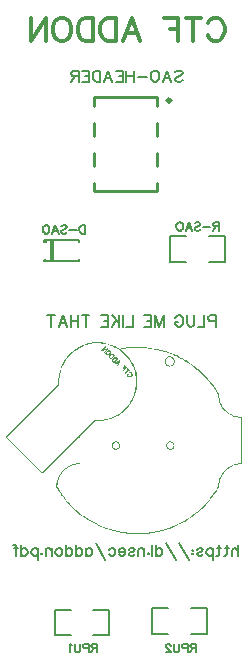
<source format=gbo>
G04 Layer: BottomSilkscreenLayer*
G04 EasyEDA v6.5.40, 2024-02-16 10:36:59*
G04 cbf7a00361bd432e9e78a992b2a5909c,d07ef30ec77949ce8e11233ba57d236c,10*
G04 Gerber Generator version 0.2*
G04 Scale: 100 percent, Rotated: No, Reflected: No *
G04 Dimensions in millimeters *
G04 leading zeros omitted , absolute positions ,4 integer and 5 decimal *
%FSLAX45Y45*%
%MOMM*%

%ADD10C,0.1500*%
%ADD11C,0.3000*%
%ADD12C,0.1524*%
%ADD13C,0.1520*%
%ADD14C,0.2540*%
%ADD15C,0.0154*%

%LPD*%
G36*
X1634744Y3097784D02*
G01*
X1627174Y3096107D01*
X1614576Y3094634D01*
X1605330Y3092856D01*
X1597761Y3091078D01*
X1589379Y3089656D01*
X1584299Y3088436D01*
X1563319Y3081782D01*
X1553210Y3078276D01*
X1539798Y3072892D01*
X1525473Y3066440D01*
X1504492Y3055874D01*
X1487678Y3045002D01*
X1483461Y3042005D01*
X1480108Y3040176D01*
X1464970Y3028899D01*
X1449882Y3016859D01*
X1421536Y2989072D01*
X1407820Y2972409D01*
X1399540Y2961335D01*
X1383284Y2936951D01*
X1373733Y2920644D01*
X1366266Y2904693D01*
X1366266Y2903524D01*
X1361186Y2893618D01*
X1356309Y2880664D01*
X1346250Y2848711D01*
X1341221Y2826004D01*
X1339291Y2811729D01*
X1337665Y2802483D01*
X1335887Y2778150D01*
X1336344Y2741523D01*
X892302Y2297430D01*
X892302Y2294077D01*
X904087Y2294077D01*
X904087Y2295753D01*
X1345184Y2736900D01*
X1345082Y2783992D01*
X1347876Y2807512D01*
X1350213Y2822651D01*
X1352854Y2836113D01*
X1355140Y2845358D01*
X1360982Y2865678D01*
X1369314Y2888183D01*
X1377391Y2906674D01*
X1382420Y2916783D01*
X1389786Y2928924D01*
X1389786Y2929636D01*
X1396492Y2940710D01*
X1396492Y2941878D01*
X1399641Y2945333D01*
X1412189Y2964078D01*
X1422095Y2975610D01*
X1453235Y3007258D01*
X1469593Y3021685D01*
X1490726Y3036112D01*
X1505153Y3044952D01*
X1505712Y3044952D01*
X1514551Y3050590D01*
X1533042Y3059938D01*
X1562455Y3071926D01*
X1575917Y3075990D01*
X1597761Y3081832D01*
X1614576Y3085236D01*
X1632204Y3087725D01*
X1650695Y3089656D01*
X1689049Y3089910D01*
X1689506Y3089452D01*
X1717090Y3086912D01*
X1745640Y3081070D01*
X1761642Y3076803D01*
X1783486Y3069437D01*
X1796084Y3064103D01*
X1811223Y3058109D01*
X1819605Y3052521D01*
X1820875Y3052521D01*
X1842463Y3039872D01*
X1860346Y3039872D01*
X1860346Y3039059D01*
X1859534Y3039059D01*
X1859534Y3039872D01*
X1842463Y3039872D01*
X1856587Y3031337D01*
X1876755Y3016046D01*
X1891893Y3001772D01*
X1916785Y2976422D01*
X1923186Y2968040D01*
X1928418Y2962148D01*
X1928418Y2960878D01*
X1933905Y2954578D01*
X1939340Y2946755D01*
X1939340Y2945688D01*
X1946300Y2935274D01*
X1962810Y2905861D01*
X1974494Y2877261D01*
X1977847Y2868015D01*
X1982876Y2851251D01*
X1986330Y2838602D01*
X1988921Y2824327D01*
X1992223Y2802483D01*
X1994204Y2783992D01*
X1994154Y2752090D01*
X1992274Y2727706D01*
X1989124Y2706674D01*
X1984756Y2685999D01*
X1976272Y2656281D01*
X1973072Y2649575D01*
X1966975Y2634437D01*
X1957476Y2613406D01*
X1953006Y2606700D01*
X1941068Y2586532D01*
X1933041Y2575712D01*
X1930806Y2571648D01*
X1924913Y2563825D01*
X1914550Y2551277D01*
X1884324Y2521000D01*
X1867052Y2506675D01*
X1857400Y2500223D01*
X1849018Y2494178D01*
X1822145Y2478328D01*
X1812036Y2473299D01*
X1799437Y2467406D01*
X1782622Y2460752D01*
X1773377Y2457348D01*
X1751177Y2450947D01*
X1749704Y2450033D01*
X1727149Y2445766D01*
X1705305Y2442362D01*
X1670050Y2439924D01*
X1645107Y2441702D01*
X1641449Y2439263D01*
X1200302Y1999538D01*
X1198575Y1999538D01*
X904087Y2294077D01*
X892302Y2294077D01*
X892302Y2293264D01*
X1197762Y1987804D01*
X1202334Y1987804D01*
X1514856Y2299563D01*
X1515821Y2299563D01*
X1515821Y2073503D01*
X1493215Y2073503D01*
X1492199Y2071827D01*
X1484833Y2071827D01*
X1483817Y2070150D01*
X1476451Y2070150D01*
X1475384Y2068474D01*
X1468018Y2068474D01*
X1467002Y2066798D01*
X1462125Y2066798D01*
X1461109Y2065121D01*
X1457096Y2065121D01*
X1456080Y2063445D01*
X1452778Y2063445D01*
X1449882Y2061921D01*
X1437233Y2056942D01*
X1427175Y2051913D01*
X1417574Y2046732D01*
X1410055Y2041550D01*
X1408277Y2041550D01*
X1408277Y2039874D01*
X1406042Y2039874D01*
X1402791Y2036927D01*
X1396898Y2032812D01*
X1396085Y2031847D01*
X1390192Y2027783D01*
X1376629Y2015947D01*
X1369618Y2007514D01*
X1364945Y2002485D01*
X1360881Y1996592D01*
X1359865Y1995779D01*
X1355801Y1989886D01*
X1352804Y1986635D01*
X1352804Y1984451D01*
X1351127Y1984451D01*
X1351127Y1982622D01*
X1345946Y1975104D01*
X1340815Y1965502D01*
X1335786Y1955444D01*
X1330756Y1942846D01*
X1329283Y1939899D01*
X1329283Y1936648D01*
X1327607Y1935581D01*
X1327607Y1931568D01*
X1325930Y1930552D01*
X1325930Y1925726D01*
X1324254Y1924659D01*
X1324254Y1917547D01*
X1322679Y1915922D01*
X1319987Y1889912D01*
X1319143Y1874012D01*
X1327404Y1874012D01*
X1327658Y1892198D01*
X1329283Y1895246D01*
X1329283Y1908708D01*
X1330960Y1909724D01*
X1330960Y1917090D01*
X1332636Y1918157D01*
X1332636Y1924659D01*
X1334312Y1925726D01*
X1334312Y1929688D01*
X1335989Y1930755D01*
X1335989Y1934768D01*
X1337665Y1935784D01*
X1337665Y1939086D01*
X1339138Y1941982D01*
X1342542Y1950415D01*
X1348638Y1963013D01*
X1353718Y1971395D01*
X1354683Y1974342D01*
X1356156Y1974342D01*
X1356156Y1976120D01*
X1364843Y1989074D01*
X1365910Y1989886D01*
X1369923Y1995779D01*
X1370888Y1996592D01*
X1380134Y2007463D01*
X1383487Y2010918D01*
X1396085Y2021839D01*
X1396898Y2022754D01*
X1402791Y2026767D01*
X1403654Y2027834D01*
X1416608Y2036521D01*
X1418336Y2036521D01*
X1418336Y2037994D01*
X1421282Y2038959D01*
X1429715Y2044039D01*
X1442313Y2050135D01*
X1453642Y2055012D01*
X1456893Y2055012D01*
X1457960Y2056688D01*
X1461922Y2056688D01*
X1462989Y2058365D01*
X1467002Y2058365D01*
X1468018Y2060041D01*
X1474571Y2060041D01*
X1475587Y2061718D01*
X1482953Y2061718D01*
X1483969Y2063445D01*
X1491335Y2063445D01*
X1492402Y2065121D01*
X1499768Y2065121D01*
X1500784Y2066798D01*
X1522577Y2066798D01*
X1522526Y2306675D01*
X1647748Y2431897D01*
X1683461Y2431389D01*
X1706321Y2433167D01*
X1734261Y2437333D01*
X1745234Y2439924D01*
X1748993Y2440635D01*
X1761642Y2443988D01*
X1771700Y2447239D01*
X1795983Y2455824D01*
X1808683Y2461971D01*
X1828850Y2471216D01*
X1837232Y2476550D01*
X1848154Y2482799D01*
X1856587Y2488895D01*
X1857146Y2490317D01*
X1859280Y2490317D01*
X1865274Y2494940D01*
X1874875Y2501646D01*
X1888540Y2512517D01*
X1921306Y2545334D01*
X1933651Y2559913D01*
X1935581Y2563215D01*
X1943150Y2573680D01*
X1947316Y2580030D01*
X1954225Y2589885D01*
X1964232Y2606700D01*
X1977288Y2635148D01*
X1984451Y2652928D01*
X1992985Y2680665D01*
X1995525Y2693263D01*
X1997964Y2703322D01*
X2001520Y2728569D01*
X2003348Y2747010D01*
X2003247Y2781503D01*
X2001469Y2804160D01*
X1998014Y2826867D01*
X1989734Y2861868D01*
X1988210Y2864662D01*
X1982876Y2882341D01*
X1972868Y2904998D01*
X1962099Y2926842D01*
X1953869Y2940761D01*
X1951431Y2943656D01*
X1941525Y2959658D01*
X1932228Y2971139D01*
X1927047Y2978505D01*
X1914652Y2992424D01*
X1897735Y3009239D01*
X1884934Y3020517D01*
X1866646Y3034588D01*
X1864360Y3037332D01*
X1866646Y3038094D01*
X1873402Y3039160D01*
X1941474Y3047542D01*
X2009546Y3050540D01*
X2012137Y3051708D01*
X2013457Y3050387D01*
X2049881Y3049066D01*
X2079294Y3048254D01*
X2082647Y3046679D01*
X2101951Y3044850D01*
X2105304Y3043326D01*
X2114550Y3042462D01*
X2126335Y3040634D01*
X2135581Y3039821D01*
X2138934Y3038297D01*
X2147316Y3037433D01*
X2154478Y3036366D01*
X2155444Y3034842D01*
X2161946Y3034842D01*
X2162962Y3033166D01*
X2169515Y3033166D01*
X2170531Y3031490D01*
X2177084Y3031490D01*
X2178100Y3029813D01*
X2184654Y3029813D01*
X2185670Y3028137D01*
X2192172Y3028137D01*
X2193239Y3026460D01*
X2199741Y3026460D01*
X2200808Y3024784D01*
X2207310Y3024784D01*
X2208377Y3023057D01*
X2214067Y3023057D01*
X2215083Y3021380D01*
X2219909Y3021380D01*
X2220976Y3019704D01*
X2224989Y3019704D01*
X2226005Y3018028D01*
X2230831Y3018028D01*
X2231898Y3016351D01*
X2235911Y3016351D01*
X2236927Y3014675D01*
X2241753Y3014675D01*
X2242820Y3012998D01*
X2246833Y3012998D01*
X2247849Y3011322D01*
X2252726Y3011322D01*
X2253742Y3009646D01*
X2257755Y3009646D01*
X2258771Y3007969D01*
X2263648Y3007969D01*
X2264664Y3006293D01*
X2268677Y3006293D01*
X2269693Y3004616D01*
X2274570Y3004616D01*
X2275586Y3002889D01*
X2279599Y3002889D01*
X2280615Y3001213D01*
X2283917Y3001213D01*
X2283917Y2999536D01*
X2286457Y2999536D01*
X2289352Y2998063D01*
X2297734Y2994710D01*
X2313279Y2987802D01*
X2315819Y2987802D01*
X2315819Y2986125D01*
X2318359Y2986125D01*
X2321306Y2984601D01*
X2329688Y2981299D01*
X2337257Y2977896D01*
X2356561Y2968345D01*
X2371699Y2960166D01*
X2387650Y2952140D01*
X2388514Y2951175D01*
X2401112Y2944926D01*
X2406091Y2941980D01*
X2409444Y2939034D01*
X2410917Y2939034D01*
X2418232Y2934004D01*
X2420010Y2934004D01*
X2420010Y2932633D01*
X2424633Y2930245D01*
X2436774Y2922219D01*
X2438501Y2922219D01*
X2438501Y2920542D01*
X2440279Y2920542D01*
X2450185Y2913837D01*
X2451963Y2913837D01*
X2451963Y2912567D01*
X2456586Y2910484D01*
X2466644Y2902915D01*
X2469184Y2900781D01*
X2475077Y2896717D01*
X2475890Y2895752D01*
X2513736Y2866339D01*
X2560726Y2822651D01*
X2569210Y2814167D01*
X2583688Y2798267D01*
X2592730Y2788920D01*
X2601010Y2779826D01*
X2612948Y2767177D01*
X2617012Y2761335D01*
X2618028Y2760472D01*
X2622042Y2754579D01*
X2623058Y2753766D01*
X2627071Y2747873D01*
X2628036Y2747010D01*
X2656941Y2708402D01*
X2656992Y2706979D01*
X2662021Y2699664D01*
X2662021Y2698597D01*
X2667101Y2691282D01*
X2667101Y2690215D01*
X2672130Y2682849D01*
X2672130Y2681782D01*
X2677160Y2674467D01*
X2677160Y2673400D01*
X2682189Y2666034D01*
X2682189Y2664968D01*
X2686862Y2657957D01*
X2688894Y2653741D01*
X2689758Y2642006D01*
X2692450Y2615946D01*
X2693974Y2614320D01*
X2693974Y2607208D01*
X2695651Y2606192D01*
X2695651Y2601315D01*
X2697327Y2600299D01*
X2697327Y2596286D01*
X2699004Y2595270D01*
X2699004Y2591968D01*
X2700528Y2589072D01*
X2705506Y2576423D01*
X2710535Y2566365D01*
X2715717Y2556764D01*
X2720848Y2549245D01*
X2720848Y2547467D01*
X2722524Y2547467D01*
X2722524Y2545232D01*
X2748178Y2515971D01*
X2759964Y2504135D01*
X2765806Y2500071D01*
X2766669Y2499055D01*
X2772562Y2494991D01*
X2773426Y2493772D01*
X2782620Y2488895D01*
X2798572Y2480005D01*
X2812034Y2473299D01*
X2822498Y2468473D01*
X2826664Y2468473D01*
X2827680Y2466797D01*
X2832506Y2466797D01*
X2833573Y2465120D01*
X2838399Y2465120D01*
X2839466Y2463444D01*
X2846832Y2463444D01*
X2847848Y2461717D01*
X2855214Y2461717D01*
X2856280Y2460040D01*
X2863646Y2460040D01*
X2864662Y2458364D01*
X2885592Y2458364D01*
X2885592Y2073503D01*
X2864662Y2073503D01*
X2863646Y2071827D01*
X2856280Y2071827D01*
X2855214Y2070150D01*
X2847848Y2070150D01*
X2846832Y2068474D01*
X2839466Y2068474D01*
X2838399Y2066798D01*
X2833573Y2066798D01*
X2832506Y2065121D01*
X2827680Y2065121D01*
X2826664Y2063445D01*
X2822498Y2063445D01*
X2819603Y2061921D01*
X2812034Y2058619D01*
X2798572Y2051913D01*
X2782620Y2042972D01*
X2773426Y2038096D01*
X2772562Y2036876D01*
X2766669Y2032812D01*
X2765806Y2031847D01*
X2759964Y2027732D01*
X2748178Y2015896D01*
X2722524Y1986635D01*
X2722524Y1984451D01*
X2720848Y1984451D01*
X2720848Y1982622D01*
X2715717Y1975104D01*
X2710535Y1965502D01*
X2705506Y1955444D01*
X2700528Y1942846D01*
X2699004Y1939899D01*
X2699004Y1936648D01*
X2697327Y1935581D01*
X2697327Y1931568D01*
X2695651Y1930552D01*
X2695651Y1925726D01*
X2693974Y1924659D01*
X2693974Y1917547D01*
X2692450Y1915922D01*
X2691384Y1906676D01*
X2688793Y1876704D01*
X2683459Y1867306D01*
X2680512Y1863953D01*
X2680512Y1861718D01*
X2679141Y1861718D01*
X2676804Y1857095D01*
X2665425Y1839925D01*
X2665425Y1838960D01*
X2662021Y1835353D01*
X2662021Y1833168D01*
X2660548Y1833168D01*
X2657906Y1827682D01*
X2645664Y1809750D01*
X2623007Y1779828D01*
X2622042Y1778965D01*
X2618028Y1773072D01*
X2617012Y1772259D01*
X2612948Y1766366D01*
X2611983Y1765503D01*
X2607868Y1759661D01*
X2595930Y1747012D01*
X2587650Y1737918D01*
X2578658Y1728571D01*
X2564130Y1712671D01*
X2557373Y1705864D01*
X2548178Y1698040D01*
X2540508Y1690725D01*
X2531364Y1682902D01*
X2523744Y1675587D01*
X2517902Y1670812D01*
X2508656Y1662125D01*
X2502814Y1658061D01*
X2501950Y1657045D01*
X2496058Y1652981D01*
X2495245Y1652016D01*
X2489352Y1647952D01*
X2488488Y1646936D01*
X2482646Y1642872D01*
X2459126Y1624685D01*
X2439771Y1611731D01*
X2435148Y1609344D01*
X2435148Y1607972D01*
X2432964Y1607972D01*
X2429357Y1604619D01*
X2428392Y1604619D01*
X2411222Y1593240D01*
X2406599Y1590852D01*
X2406599Y1589481D01*
X2404364Y1589481D01*
X2401062Y1586534D01*
X2396083Y1583639D01*
X2370023Y1570634D01*
X2369464Y1569313D01*
X2366365Y1569313D01*
X2365806Y1567992D01*
X2330551Y1550619D01*
X2317902Y1545590D01*
X2315006Y1544116D01*
X2312466Y1544116D01*
X2309520Y1542592D01*
X2281986Y1531620D01*
X2272131Y1527302D01*
X2268880Y1527302D01*
X2267813Y1525625D01*
X2263800Y1525625D01*
X2262784Y1523949D01*
X2258771Y1523949D01*
X2257755Y1522222D01*
X2253742Y1522222D01*
X2252726Y1520545D01*
X2248712Y1520545D01*
X2247646Y1518869D01*
X2243632Y1518869D01*
X2242616Y1517192D01*
X2238603Y1517192D01*
X2237587Y1515516D01*
X2233574Y1515516D01*
X2232558Y1513840D01*
X2228545Y1513840D01*
X2227478Y1512163D01*
X2223465Y1512163D01*
X2222449Y1510487D01*
X2218436Y1510487D01*
X2217420Y1508810D01*
X2213406Y1508810D01*
X2212340Y1507134D01*
X2208377Y1507134D01*
X2207310Y1505458D01*
X2200808Y1505458D01*
X2199741Y1503781D01*
X2192375Y1503781D01*
X2191359Y1502054D01*
X2183993Y1502054D01*
X2182977Y1500378D01*
X2175611Y1500378D01*
X2174544Y1498701D01*
X2167178Y1498701D01*
X2166162Y1497025D01*
X2158796Y1497025D01*
X2157730Y1495348D01*
X2150364Y1495348D01*
X2149348Y1493672D01*
X2142236Y1493672D01*
X2140610Y1492148D01*
X2128875Y1491234D01*
X2074214Y1484325D01*
X2024634Y1481937D01*
X2003653Y1481124D01*
X1935581Y1484274D01*
X1900275Y1489506D01*
X1891030Y1490370D01*
X1887677Y1491945D01*
X1867509Y1493824D01*
X1865884Y1495348D01*
X1859635Y1495348D01*
X1858568Y1497025D01*
X1852066Y1497025D01*
X1851152Y1498549D01*
X1838909Y1500530D01*
X1835556Y1501952D01*
X1822551Y1503934D01*
X1821586Y1505458D01*
X1815084Y1505458D01*
X1814068Y1507134D01*
X1807514Y1507134D01*
X1806498Y1508810D01*
X1802079Y1508810D01*
X1796084Y1510690D01*
X1793138Y1512163D01*
X1789887Y1512163D01*
X1788820Y1513840D01*
X1784705Y1513840D01*
X1781810Y1515364D01*
X1774240Y1517345D01*
X1771294Y1518869D01*
X1768043Y1518869D01*
X1766976Y1520545D01*
X1762861Y1520545D01*
X1759966Y1522069D01*
X1752396Y1524101D01*
X1749450Y1525625D01*
X1746199Y1525625D01*
X1745132Y1527302D01*
X1740306Y1527302D01*
X1739239Y1528978D01*
X1735988Y1528978D01*
X1724660Y1534210D01*
X1717090Y1537157D01*
X1708708Y1540967D01*
X1701139Y1543862D01*
X1692706Y1547672D01*
X1685137Y1550619D01*
X1676755Y1554378D01*
X1672539Y1556054D01*
X1668373Y1558340D01*
X1655724Y1564640D01*
X1655165Y1565960D01*
X1652117Y1565960D01*
X1651558Y1567180D01*
X1623822Y1581454D01*
X1622958Y1582420D01*
X1613712Y1586941D01*
X1608734Y1589887D01*
X1605432Y1592834D01*
X1604010Y1592834D01*
X1581404Y1607972D01*
X1579676Y1607972D01*
X1579676Y1609344D01*
X1575054Y1611731D01*
X1549857Y1628444D01*
X1547672Y1630629D01*
X1514551Y1655368D01*
X1513738Y1656334D01*
X1507845Y1660398D01*
X1506982Y1661414D01*
X1501140Y1665478D01*
X1488541Y1677416D01*
X1479397Y1685696D01*
X1470050Y1694688D01*
X1454150Y1709216D01*
X1447342Y1716024D01*
X1434744Y1730248D01*
X1432204Y1732737D01*
X1419656Y1747012D01*
X1417066Y1749552D01*
X1404518Y1763826D01*
X1403553Y1764690D01*
X1399540Y1770583D01*
X1398524Y1771396D01*
X1394460Y1777288D01*
X1393494Y1778152D01*
X1389430Y1783994D01*
X1388465Y1784857D01*
X1367485Y1812594D01*
X1366520Y1813407D01*
X1357833Y1826361D01*
X1357833Y1828139D01*
X1356156Y1828139D01*
X1356156Y1829866D01*
X1347774Y1842312D01*
X1347774Y1843328D01*
X1337665Y1858314D01*
X1337665Y1860042D01*
X1335989Y1860042D01*
X1335989Y1861820D01*
X1329283Y1871725D01*
X1329283Y1873351D01*
X1327404Y1874012D01*
X1319143Y1874012D01*
X1319072Y1872691D01*
X1324254Y1865223D01*
X1324254Y1863445D01*
X1325930Y1863445D01*
X1325930Y1861667D01*
X1334312Y1849221D01*
X1334312Y1848205D01*
X1342339Y1836115D01*
X1344676Y1831492D01*
X1346098Y1831492D01*
X1346098Y1829714D01*
X1350772Y1822653D01*
X1353108Y1818030D01*
X1354480Y1818030D01*
X1354480Y1815846D01*
X1357477Y1812594D01*
X1361541Y1806702D01*
X1362557Y1805838D01*
X1366570Y1799996D01*
X1367586Y1799132D01*
X1371650Y1793239D01*
X1372616Y1792427D01*
X1398625Y1757934D01*
X1401165Y1755444D01*
X1405940Y1749552D01*
X1416253Y1738630D01*
X1421079Y1732737D01*
X1431391Y1721815D01*
X1436217Y1715922D01*
X1445768Y1705864D01*
X1494434Y1660499D01*
X1522120Y1639519D01*
X1522984Y1638554D01*
X1528826Y1634489D01*
X1529689Y1633524D01*
X1535582Y1629460D01*
X1536395Y1628444D01*
X1542288Y1624431D01*
X1543151Y1623415D01*
X1549044Y1619351D01*
X1552295Y1616354D01*
X1553718Y1616354D01*
X1557324Y1613001D01*
X1559509Y1613001D01*
X1559509Y1611630D01*
X1564132Y1609242D01*
X1581302Y1597863D01*
X1582267Y1597863D01*
X1585874Y1594510D01*
X1588109Y1594510D01*
X1588109Y1593138D01*
X1592732Y1590751D01*
X1607820Y1580743D01*
X1636420Y1565706D01*
X1653235Y1557172D01*
X1654048Y1556258D01*
X1671726Y1547418D01*
X1673809Y1547469D01*
X1673809Y1545793D01*
X1676349Y1545793D01*
X1679295Y1544269D01*
X1687677Y1540967D01*
X1696059Y1537157D01*
X1700275Y1535480D01*
X1703222Y1534007D01*
X1705762Y1534007D01*
X1705762Y1532331D01*
X1708302Y1532331D01*
X1711198Y1530858D01*
X1719630Y1527505D01*
X1728012Y1523695D01*
X1732229Y1522069D01*
X1735124Y1520545D01*
X1739239Y1520545D01*
X1740306Y1518869D01*
X1744319Y1518869D01*
X1745335Y1517192D01*
X1750161Y1517192D01*
X1751228Y1515516D01*
X1755241Y1515516D01*
X1756257Y1513840D01*
X1761083Y1513840D01*
X1762150Y1512163D01*
X1766163Y1512163D01*
X1767179Y1510487D01*
X1772005Y1510487D01*
X1773072Y1508810D01*
X1777085Y1508810D01*
X1778101Y1507134D01*
X1782978Y1507134D01*
X1783994Y1505458D01*
X1788007Y1505458D01*
X1789023Y1503781D01*
X1793138Y1503781D01*
X1796084Y1502257D01*
X1802079Y1500378D01*
X1806498Y1500378D01*
X1807514Y1498701D01*
X1814068Y1498701D01*
X1815084Y1497025D01*
X1821586Y1497025D01*
X1822653Y1495348D01*
X1829155Y1495348D01*
X1830222Y1493672D01*
X1836724Y1493672D01*
X1837791Y1491996D01*
X1844293Y1491996D01*
X1845360Y1490319D01*
X1851863Y1490319D01*
X1852879Y1488643D01*
X1859432Y1488643D01*
X1860448Y1486966D01*
X1867001Y1486966D01*
X1868017Y1485290D01*
X1878533Y1485290D01*
X1880107Y1483715D01*
X1890217Y1482801D01*
X1902815Y1481023D01*
X1912061Y1480159D01*
X1915414Y1478635D01*
X1924659Y1477772D01*
X1938070Y1475994D01*
X1974240Y1474216D01*
X2035556Y1474216D01*
X2071725Y1476044D01*
X2148179Y1485442D01*
X2149754Y1486966D01*
X2156917Y1486966D01*
X2157933Y1488643D01*
X2165045Y1488643D01*
X2166670Y1490116D01*
X2173376Y1491081D01*
X2213305Y1498904D01*
X2214270Y1500378D01*
X2218232Y1500378D01*
X2219299Y1502054D01*
X2223312Y1502054D01*
X2224328Y1503781D01*
X2228342Y1503781D01*
X2229358Y1505458D01*
X2233371Y1505458D01*
X2234438Y1507134D01*
X2238400Y1507134D01*
X2239467Y1508810D01*
X2243480Y1508810D01*
X2244496Y1510487D01*
X2248509Y1510487D01*
X2249525Y1512163D01*
X2253538Y1512163D01*
X2254554Y1513840D01*
X2258568Y1513840D01*
X2259634Y1515516D01*
X2263648Y1515516D01*
X2264664Y1517192D01*
X2268677Y1517192D01*
X2269693Y1518869D01*
X2272995Y1518869D01*
X2275890Y1520342D01*
X2295245Y1528114D01*
X2304897Y1532331D01*
X2307437Y1532331D01*
X2310384Y1533804D01*
X2335580Y1543913D01*
X2360777Y1556258D01*
X2361336Y1557528D01*
X2364435Y1557528D01*
X2364994Y1558848D01*
X2397760Y1575257D01*
X2405024Y1579422D01*
X2422144Y1590751D01*
X2426766Y1593138D01*
X2426766Y1594510D01*
X2428494Y1594510D01*
X2450693Y1609242D01*
X2455316Y1611630D01*
X2455316Y1613001D01*
X2457500Y1613001D01*
X2460802Y1615998D01*
X2466644Y1620062D01*
X2467508Y1621078D01*
X2473401Y1625092D01*
X2474214Y1626107D01*
X2507335Y1650847D01*
X2509520Y1652981D01*
X2515412Y1657045D01*
X2517952Y1659636D01*
X2532227Y1672234D01*
X2534716Y1674774D01*
X2548991Y1687322D01*
X2551531Y1689912D01*
X2565755Y1702511D01*
X2576880Y1714246D01*
X2585161Y1723440D01*
X2612948Y1752904D01*
X2617012Y1758797D01*
X2617927Y1759661D01*
X2639364Y1787804D01*
X2639872Y1788210D01*
X2643886Y1794103D01*
X2644902Y1794916D01*
X2648915Y1800809D01*
X2649931Y1801672D01*
X2653995Y1807565D01*
X2656992Y1810816D01*
X2656992Y1812239D01*
X2660345Y1815846D01*
X2660345Y1818030D01*
X2662021Y1818030D01*
X2662021Y1819757D01*
X2675483Y1839823D01*
X2675483Y1840788D01*
X2678836Y1844395D01*
X2678836Y1846630D01*
X2680512Y1846630D01*
X2680512Y1848357D01*
X2691942Y1865528D01*
X2695498Y1873097D01*
X2696718Y1877263D01*
X2698242Y1894078D01*
X2699156Y1908403D01*
X2700680Y1909978D01*
X2700680Y1917090D01*
X2702356Y1918157D01*
X2702356Y1924659D01*
X2704084Y1925726D01*
X2704084Y1929688D01*
X2705760Y1930755D01*
X2705760Y1934768D01*
X2707436Y1935784D01*
X2707436Y1939086D01*
X2708910Y1941982D01*
X2712262Y1950415D01*
X2718409Y1963013D01*
X2723438Y1971395D01*
X2724404Y1974342D01*
X2725928Y1974342D01*
X2725928Y1976120D01*
X2731262Y1983993D01*
X2739796Y1994103D01*
X2742336Y1996592D01*
X2751531Y2007463D01*
X2766669Y2022652D01*
X2772562Y2026767D01*
X2773375Y2027783D01*
X2778404Y2031288D01*
X2793542Y2039620D01*
X2801112Y2044039D01*
X2823565Y2055012D01*
X2826664Y2055012D01*
X2827680Y2056688D01*
X2832506Y2056688D01*
X2833573Y2058365D01*
X2838399Y2058365D01*
X2839466Y2060041D01*
X2845968Y2060041D01*
X2847035Y2061718D01*
X2854401Y2061718D01*
X2855417Y2063445D01*
X2862783Y2063445D01*
X2863799Y2065121D01*
X2871165Y2065121D01*
X2872232Y2066798D01*
X2892298Y2066798D01*
X2892298Y2465120D01*
X2872232Y2465120D01*
X2871165Y2466797D01*
X2863799Y2466797D01*
X2862783Y2468473D01*
X2855417Y2468473D01*
X2854401Y2470150D01*
X2847035Y2470150D01*
X2845968Y2471826D01*
X2839466Y2471826D01*
X2838399Y2473502D01*
X2833573Y2473502D01*
X2832506Y2475179D01*
X2827680Y2475179D01*
X2826664Y2476855D01*
X2823565Y2476855D01*
X2801112Y2487828D01*
X2793542Y2492248D01*
X2778404Y2500579D01*
X2773375Y2504084D01*
X2772562Y2505100D01*
X2766669Y2509215D01*
X2751531Y2524455D01*
X2742336Y2535275D01*
X2739796Y2537815D01*
X2731262Y2547874D01*
X2725928Y2555748D01*
X2725928Y2557526D01*
X2724404Y2557526D01*
X2723438Y2560472D01*
X2718409Y2568905D01*
X2712262Y2581503D01*
X2708910Y2589885D01*
X2707436Y2592832D01*
X2707436Y2596083D01*
X2705760Y2597150D01*
X2705760Y2601112D01*
X2704084Y2602179D01*
X2704084Y2606192D01*
X2702356Y2607208D01*
X2702356Y2613761D01*
X2700680Y2614777D01*
X2700680Y2621889D01*
X2699156Y2623515D01*
X2698191Y2638653D01*
X2696667Y2655417D01*
X2695397Y2659634D01*
X2692298Y2664104D01*
X2692298Y2665222D01*
X2687269Y2672537D01*
X2687269Y2673604D01*
X2682189Y2680970D01*
X2682189Y2682036D01*
X2677160Y2689352D01*
X2677160Y2690418D01*
X2672130Y2697734D01*
X2672130Y2698851D01*
X2667101Y2706166D01*
X2667101Y2707233D01*
X2662021Y2714548D01*
X2662021Y2716022D01*
X2659075Y2719324D01*
X2654960Y2725166D01*
X2653995Y2726029D01*
X2649931Y2731922D01*
X2648915Y2732735D01*
X2644902Y2738628D01*
X2643936Y2739491D01*
X2628138Y2760472D01*
X2622042Y2768041D01*
X2617978Y2773934D01*
X2613710Y2778150D01*
X2605430Y2787345D01*
X2569108Y2826004D01*
X2519324Y2872435D01*
X2506167Y2882290D01*
X2503932Y2884474D01*
X2497734Y2889046D01*
X2496921Y2889961D01*
X2491028Y2894025D01*
X2488793Y2896209D01*
X2482646Y2900832D01*
X2480411Y2902915D01*
X2467508Y2912567D01*
X2464257Y2915513D01*
X2462022Y2915513D01*
X2462022Y2917190D01*
X2460294Y2917190D01*
X2450388Y2923946D01*
X2448610Y2923946D01*
X2448610Y2925622D01*
X2446832Y2925622D01*
X2431846Y2935681D01*
X2430881Y2935681D01*
X2418435Y2944114D01*
X2417368Y2944114D01*
X2410358Y2948940D01*
X2402789Y2953308D01*
X2390190Y2959557D01*
X2389632Y2960878D01*
X2386533Y2960878D01*
X2385974Y2962148D01*
X2358288Y2976422D01*
X2357424Y2977337D01*
X2338527Y2986328D01*
X2329078Y2990189D01*
X2316683Y2995574D01*
X2311196Y2997657D01*
X2302814Y3001467D01*
X2295245Y3004362D01*
X2283460Y3009544D01*
X2276754Y3011525D01*
X2273808Y3012998D01*
X2270556Y3012998D01*
X2269490Y3014675D01*
X2265375Y3014675D01*
X2262479Y3016199D01*
X2254910Y3018231D01*
X2251964Y3019704D01*
X2248712Y3019704D01*
X2247646Y3021380D01*
X2243531Y3021380D01*
X2240635Y3022904D01*
X2233066Y3024936D01*
X2230120Y3026460D01*
X2226868Y3026460D01*
X2225802Y3028137D01*
X2220976Y3028137D01*
X2219909Y3029813D01*
X2215083Y3029813D01*
X2214067Y3031490D01*
X2207514Y3031490D01*
X2206498Y3033166D01*
X2199944Y3033166D01*
X2199030Y3034690D01*
X2186838Y3036620D01*
X2183485Y3038094D01*
X2170430Y3040075D01*
X2169515Y3041548D01*
X2162962Y3041548D01*
X2161946Y3043275D01*
X2155647Y3043275D01*
X2154072Y3044748D01*
X2101951Y3052572D01*
X2092706Y3053435D01*
X2089353Y3054908D01*
X2077567Y3055924D01*
X2042312Y3057652D01*
X1980946Y3057702D01*
X1944827Y3055874D01*
X1866646Y3046425D01*
X1865071Y3044952D01*
X1858060Y3044952D01*
X1856181Y3042666D01*
X1857400Y3041294D01*
X1854911Y3042716D01*
X1843125Y3050590D01*
X1833880Y3056483D01*
X1815388Y3065729D01*
X1786483Y3078530D01*
X1785264Y3078530D01*
X1759254Y3087014D01*
X1733905Y3092856D01*
X1702816Y3097682D01*
G37*
G36*
X1731467Y3065932D02*
G01*
X1701546Y3036011D01*
X1701546Y3030677D01*
X1705660Y3027984D01*
X1731975Y3033166D01*
X1735480Y3033166D01*
X1720037Y3017418D01*
X1720037Y3012186D01*
X1724152Y3009493D01*
X1729892Y3012236D01*
X1757019Y3039668D01*
X1757019Y3045815D01*
X1752904Y3047695D01*
X1737258Y3044850D01*
X1731365Y3043377D01*
X1724253Y3042259D01*
X1724253Y3043580D01*
X1738528Y3058160D01*
X1738528Y3063290D01*
X1735886Y3065932D01*
G37*
G36*
X1758696Y3032302D02*
G01*
X1748078Y3028086D01*
X1739493Y3019298D01*
X1736140Y3013151D01*
X1734312Y3006699D01*
X1734715Y3004413D01*
X1744624Y3004413D01*
X1747774Y3013354D01*
X1753209Y3018993D01*
X1758238Y3021126D01*
X1762455Y3022092D01*
X1766620Y3020466D01*
X1769618Y3017774D01*
X1769618Y3010408D01*
X1767230Y3005836D01*
X1760778Y2999638D01*
X1754530Y2997047D01*
X1750415Y2997047D01*
X1745437Y3001213D01*
X1744624Y3004413D01*
X1734715Y3004413D01*
X1736140Y2996336D01*
X1743608Y2988716D01*
X1749704Y2986735D01*
X1760270Y2987598D01*
X1768093Y2992170D01*
X1776120Y3000349D01*
X1779676Y3007868D01*
X1780743Y3016961D01*
X1778660Y3023209D01*
X1773428Y3029204D01*
X1766671Y3032302D01*
G37*
G36*
X1796084Y3002940D02*
G01*
X1786585Y3002229D01*
X1776374Y2997657D01*
X1768906Y2989681D01*
X1765249Y2981706D01*
X1764354Y2972612D01*
X1774647Y2972612D01*
X1774647Y2977794D01*
X1778203Y2984855D01*
X1781810Y2988767D01*
X1790649Y2992831D01*
X1791868Y2992729D01*
X1796084Y2991053D01*
X1800707Y2986633D01*
X1800707Y2984804D01*
X1781302Y2965500D01*
X1774647Y2972612D01*
X1764354Y2972612D01*
X1767230Y2965043D01*
X1778863Y2953359D01*
X1784248Y2953359D01*
X1813306Y2982366D01*
X1813306Y2989122D01*
X1802790Y2999486D01*
G37*
G36*
X2267102Y2977692D02*
G01*
X2267102Y2976016D01*
X2263800Y2976016D01*
X2262784Y2974340D01*
X2259076Y2974340D01*
X2256637Y2970987D01*
X2252776Y2970987D01*
X2245258Y2963468D01*
X2245258Y2960319D01*
X2240178Y2955036D01*
X2240178Y2951734D01*
X2238502Y2950718D01*
X2238502Y2945028D01*
X2236825Y2944012D01*
X2236825Y2930652D01*
X2243531Y2930652D01*
X2243531Y2939796D01*
X2245258Y2940812D01*
X2245258Y2946501D01*
X2246934Y2947568D01*
X2246934Y2950210D01*
X2249881Y2952953D01*
X2251964Y2956661D01*
X2251964Y2958439D01*
X2257806Y2964281D01*
X2261666Y2964281D01*
X2264105Y2967634D01*
X2267000Y2967634D01*
X2268016Y2969310D01*
X2272131Y2969310D01*
X2272131Y2970987D01*
X2286304Y2970987D01*
X2287371Y2969310D01*
X2290622Y2969310D01*
X2290622Y2967634D01*
X2295296Y2967634D01*
X2297734Y2964281D01*
X2300020Y2964281D01*
X2309114Y2954782D01*
X2309114Y2952496D01*
X2310790Y2952496D01*
X2310790Y2949143D01*
X2312466Y2949143D01*
X2312466Y2944114D01*
X2314143Y2944114D01*
X2314143Y2937357D01*
X2315819Y2937357D01*
X2315819Y2933242D01*
X2314143Y2932226D01*
X2314143Y2925622D01*
X2312466Y2925622D01*
X2312466Y2922219D01*
X2310790Y2922219D01*
X2310790Y2918002D01*
X2296515Y2903778D01*
X2294077Y2903778D01*
X2293061Y2902051D01*
X2288946Y2902051D01*
X2288946Y2900375D01*
X2270455Y2900375D01*
X2270455Y2902051D01*
X2265426Y2902051D01*
X2265426Y2903778D01*
X2262022Y2903778D01*
X2262022Y2905455D01*
X2259787Y2905455D01*
X2251964Y2912821D01*
X2251964Y2914700D01*
X2246934Y2919984D01*
X2246934Y2923946D01*
X2245258Y2923946D01*
X2245258Y2930652D01*
X2236825Y2930652D01*
X2236825Y2925622D01*
X2238502Y2925622D01*
X2238502Y2918866D01*
X2240178Y2918866D01*
X2240178Y2916326D01*
X2242312Y2912618D01*
X2245258Y2909874D01*
X2245258Y2907893D01*
X2252421Y2900832D01*
X2256993Y2898444D01*
X2256993Y2897022D01*
X2260346Y2897022D01*
X2260346Y2895346D01*
X2265426Y2895346D01*
X2265426Y2893669D01*
X2274570Y2893669D01*
X2275586Y2891993D01*
X2283917Y2891993D01*
X2283917Y2893669D01*
X2293975Y2893669D01*
X2293975Y2895346D01*
X2297226Y2895346D01*
X2298293Y2897022D01*
X2301544Y2897022D01*
X2317496Y2912973D01*
X2317496Y2917190D01*
X2319172Y2917190D01*
X2319172Y2920542D01*
X2320848Y2920542D01*
X2320848Y2928010D01*
X2322525Y2929077D01*
X2322525Y2942386D01*
X2320848Y2942386D01*
X2320848Y2949143D01*
X2319172Y2949143D01*
X2319172Y2954172D01*
X2317496Y2954172D01*
X2317496Y2957525D01*
X2316124Y2957525D01*
X2313736Y2962148D01*
X2304948Y2970987D01*
X2302764Y2970987D01*
X2300325Y2974340D01*
X2295652Y2974340D01*
X2295652Y2976016D01*
X2291537Y2976016D01*
X2290521Y2977692D01*
G37*
G36*
X1822145Y2976016D02*
G01*
X1813306Y2975305D01*
X1804416Y2971241D01*
X1795729Y2962452D01*
X1791970Y2954680D01*
X1791279Y2945993D01*
X1801520Y2945993D01*
X1801571Y2950413D01*
X1806448Y2958896D01*
X1812442Y2963468D01*
X1819605Y2965907D01*
X1822957Y2964027D01*
X1827580Y2959760D01*
X1827580Y2957931D01*
X1808124Y2938627D01*
X1801520Y2945993D01*
X1791279Y2945993D01*
X1794103Y2938221D01*
X1806143Y2926435D01*
X1811070Y2926435D01*
X1841246Y2956661D01*
X1840179Y2962148D01*
X1830527Y2972003D01*
G37*
G36*
X1854911Y2944672D02*
G01*
X1839772Y2938729D01*
X1827174Y2932480D01*
X1814271Y2926537D01*
X1813938Y2925927D01*
X1839214Y2925927D01*
X1842211Y2928112D01*
X1843582Y2928112D01*
X1843532Y2926029D01*
X1842007Y2923590D01*
X1839214Y2925927D01*
X1813938Y2925927D01*
X1812442Y2923184D01*
X1812442Y2919780D01*
X1816303Y2917240D01*
X1828342Y2921406D01*
X1837131Y2912821D01*
X1834083Y2904998D01*
X1833270Y2899511D01*
X1835353Y2897022D01*
X1839925Y2897022D01*
X1843278Y2900832D01*
X1856181Y2928924D01*
X1856181Y2929890D01*
X1860550Y2939491D01*
X1859076Y2943606D01*
G37*
G36*
X1893112Y2905455D02*
G01*
X1889607Y2901899D01*
X1890623Y2896717D01*
X1904238Y2882747D01*
X1898853Y2877718D01*
X1890420Y2885287D01*
X1885594Y2885287D01*
X1883003Y2881274D01*
X1884578Y2877261D01*
X1890623Y2871470D01*
X1890623Y2869184D01*
X1882597Y2861310D01*
X1878736Y2855874D01*
X1879803Y2852470D01*
X1883156Y2850692D01*
X1887728Y2851708D01*
X1914906Y2878988D01*
X1916633Y2883611D01*
X1915160Y2887370D01*
X1896770Y2905455D01*
G37*
G36*
X1918919Y2879394D02*
G01*
X1915820Y2876600D01*
X1915820Y2871876D01*
X1920849Y2866136D01*
X1920849Y2863951D01*
X1897329Y2840075D01*
X1897329Y2835198D01*
X1899361Y2833166D01*
X1903323Y2833166D01*
X1907844Y2835554D01*
X1928825Y2856687D01*
X1930298Y2856687D01*
X1936038Y2851658D01*
X1940458Y2851658D01*
X1943557Y2854452D01*
X1943557Y2858719D01*
X1922881Y2879394D01*
G37*
G36*
X1951532Y2847543D02*
G01*
X1940814Y2846781D01*
X1936394Y2843530D01*
X1935886Y2838907D01*
X1938680Y2835808D01*
X1950313Y2836773D01*
X1953818Y2833573D01*
X1955393Y2829458D01*
X1954275Y2822752D01*
X1944827Y2813405D01*
X1937359Y2811475D01*
X1933702Y2812897D01*
X1930044Y2817520D01*
X1931162Y2828798D01*
X1926539Y2831795D01*
X1922170Y2829356D01*
X1919935Y2825191D01*
X1920900Y2812592D01*
X1924659Y2807360D01*
X1929841Y2802991D01*
X1937918Y2801924D01*
X1943150Y2801772D01*
X1952802Y2806192D01*
X1961032Y2814472D01*
X1964639Y2821838D01*
X1965604Y2832049D01*
X1963572Y2838348D01*
X1958289Y2844342D01*
G37*
G36*
X2277160Y2258364D02*
G01*
X2277160Y2256688D01*
X2272131Y2256688D01*
X2272131Y2255012D01*
X2268880Y2255012D01*
X2267813Y2253335D01*
X2264511Y2253335D01*
X2253640Y2242464D01*
X2253640Y2239873D01*
X2251964Y2239873D01*
X2251964Y2235809D01*
X2250287Y2234742D01*
X2250287Y2215642D01*
X2256993Y2215642D01*
X2256993Y2230526D01*
X2258669Y2231593D01*
X2258669Y2234844D01*
X2260346Y2234844D01*
X2260346Y2237384D01*
X2269591Y2246630D01*
X2272030Y2246630D01*
X2273046Y2248306D01*
X2277160Y2248306D01*
X2277160Y2249982D01*
X2282190Y2249982D01*
X2282190Y2251659D01*
X2285593Y2251659D01*
X2285593Y2249982D01*
X2292299Y2249982D01*
X2292299Y2248306D01*
X2295652Y2248306D01*
X2295652Y2246630D01*
X2298649Y2246630D01*
X2301087Y2243277D01*
X2303322Y2243277D01*
X2305761Y2240838D01*
X2305761Y2238603D01*
X2309114Y2236165D01*
X2309114Y2233168D01*
X2310790Y2233168D01*
X2310790Y2226462D01*
X2312466Y2226462D01*
X2312466Y2219706D01*
X2310790Y2219706D01*
X2310790Y2213000D01*
X2309114Y2213000D01*
X2309114Y2210003D01*
X2305761Y2207564D01*
X2305761Y2205329D01*
X2303322Y2202891D01*
X2301087Y2202891D01*
X2298649Y2199538D01*
X2295652Y2199538D01*
X2295652Y2197862D01*
X2292299Y2197862D01*
X2292299Y2196185D01*
X2285593Y2196185D01*
X2285593Y2194509D01*
X2282190Y2194509D01*
X2282190Y2196185D01*
X2277160Y2196185D01*
X2277160Y2197862D01*
X2273046Y2197862D01*
X2272030Y2199538D01*
X2269591Y2199538D01*
X2260346Y2208784D01*
X2260346Y2211324D01*
X2258669Y2211324D01*
X2258669Y2214575D01*
X2256993Y2215642D01*
X2250287Y2215642D01*
X2250287Y2211425D01*
X2251964Y2210358D01*
X2251964Y2206294D01*
X2253640Y2206294D01*
X2253640Y2203704D01*
X2264511Y2192832D01*
X2267813Y2192832D01*
X2268880Y2191156D01*
X2272131Y2191156D01*
X2272131Y2189480D01*
X2277160Y2189480D01*
X2277160Y2187803D01*
X2290622Y2187803D01*
X2290622Y2189480D01*
X2297328Y2189480D01*
X2297328Y2191156D01*
X2300681Y2191156D01*
X2300681Y2192832D01*
X2303678Y2192832D01*
X2306116Y2196185D01*
X2308352Y2196185D01*
X2312466Y2200300D01*
X2312466Y2202535D01*
X2315819Y2204974D01*
X2315819Y2207971D01*
X2317496Y2207971D01*
X2317496Y2214676D01*
X2319172Y2214676D01*
X2319172Y2231491D01*
X2317496Y2231491D01*
X2317496Y2238197D01*
X2315819Y2238197D01*
X2315819Y2241194D01*
X2312466Y2243632D01*
X2312466Y2245868D01*
X2308352Y2249982D01*
X2306116Y2249982D01*
X2303678Y2253335D01*
X2300681Y2253335D01*
X2300681Y2255012D01*
X2297328Y2255012D01*
X2297328Y2256688D01*
X2290622Y2256688D01*
X2290622Y2258364D01*
G37*
G36*
X1818335Y2258364D02*
G01*
X1818335Y2256688D01*
X1811629Y2256688D01*
X1811629Y2255012D01*
X1808276Y2255012D01*
X1808276Y2253335D01*
X1805279Y2253335D01*
X1802841Y2249982D01*
X1800656Y2249982D01*
X1794814Y2244140D01*
X1794814Y2241550D01*
X1793138Y2241550D01*
X1793138Y2238197D01*
X1791462Y2238197D01*
X1791462Y2233168D01*
X1789785Y2233168D01*
X1789785Y2218029D01*
X1796491Y2218029D01*
X1796491Y2228138D01*
X1798167Y2228138D01*
X1798167Y2233168D01*
X1799843Y2233168D01*
X1799843Y2236520D01*
X1801520Y2236520D01*
X1801520Y2239111D01*
X1805686Y2243277D01*
X1807870Y2243277D01*
X1810308Y2246630D01*
X1813306Y2246630D01*
X1813306Y2248306D01*
X1816658Y2248306D01*
X1816658Y2249982D01*
X1823364Y2249982D01*
X1823364Y2251659D01*
X1825802Y2251659D01*
X1826869Y2249982D01*
X1831797Y2249982D01*
X1831797Y2248306D01*
X1835150Y2248306D01*
X1835150Y2246630D01*
X1839518Y2246630D01*
X1840382Y2243277D01*
X1842770Y2243277D01*
X1846935Y2239111D01*
X1846935Y2236927D01*
X1850288Y2234488D01*
X1850288Y2228138D01*
X1851964Y2228138D01*
X1851964Y2218029D01*
X1850288Y2218029D01*
X1850288Y2211679D01*
X1846935Y2209292D01*
X1846935Y2207056D01*
X1842770Y2202891D01*
X1840382Y2202891D01*
X1839518Y2199538D01*
X1835150Y2199538D01*
X1835150Y2197862D01*
X1831797Y2197862D01*
X1831797Y2196185D01*
X1827580Y2196185D01*
X1824024Y2194102D01*
X1823262Y2196185D01*
X1816658Y2196185D01*
X1816658Y2197862D01*
X1813306Y2197862D01*
X1813306Y2199538D01*
X1810308Y2199538D01*
X1807870Y2202891D01*
X1805686Y2202891D01*
X1801520Y2207056D01*
X1801520Y2209647D01*
X1799843Y2209647D01*
X1799843Y2213000D01*
X1798167Y2213000D01*
X1798167Y2218029D01*
X1789785Y2218029D01*
X1789785Y2213000D01*
X1791462Y2213000D01*
X1791462Y2207971D01*
X1793138Y2207971D01*
X1793138Y2204618D01*
X1794814Y2204618D01*
X1794814Y2202027D01*
X1800656Y2196185D01*
X1802841Y2196185D01*
X1805279Y2192832D01*
X1808276Y2192832D01*
X1808276Y2191156D01*
X1811629Y2191156D01*
X1811629Y2189480D01*
X1818335Y2189480D01*
X1818335Y2187803D01*
X1830019Y2187803D01*
X1831035Y2189480D01*
X1836826Y2189480D01*
X1836826Y2191156D01*
X1840179Y2191156D01*
X1840179Y2192832D01*
X1842719Y2192832D01*
X1846376Y2194915D01*
X1853641Y2202027D01*
X1853641Y2204212D01*
X1856993Y2206650D01*
X1856993Y2213000D01*
X1858670Y2213000D01*
X1858670Y2233168D01*
X1856993Y2233168D01*
X1856993Y2239518D01*
X1853641Y2241956D01*
X1853641Y2244140D01*
X1846376Y2251252D01*
X1842719Y2253335D01*
X1840179Y2253335D01*
X1840179Y2255012D01*
X1836826Y2255012D01*
X1836826Y2256688D01*
X1831035Y2256688D01*
X1830019Y2258364D01*
G37*
D10*
X2667000Y3326637D02*
G01*
X2667000Y3231134D01*
X2667000Y3326637D02*
G01*
X2626106Y3326637D01*
X2612390Y3322065D01*
X2607818Y3317494D01*
X2603245Y3308604D01*
X2603245Y3294887D01*
X2607818Y3285744D01*
X2612390Y3281171D01*
X2626106Y3276600D01*
X2667000Y3276600D01*
X2573274Y3326637D02*
G01*
X2573274Y3231134D01*
X2573274Y3231134D02*
G01*
X2518918Y3231134D01*
X2488691Y3326637D02*
G01*
X2488691Y3258565D01*
X2484374Y3244850D01*
X2475229Y3235705D01*
X2461513Y3231134D01*
X2452370Y3231134D01*
X2438908Y3235705D01*
X2429763Y3244850D01*
X2425191Y3258565D01*
X2425191Y3326637D01*
X2326893Y3304031D02*
G01*
X2331465Y3313176D01*
X2340609Y3322065D01*
X2349754Y3326637D01*
X2367788Y3326637D01*
X2376931Y3322065D01*
X2386075Y3313176D01*
X2390647Y3304031D01*
X2395220Y3290315D01*
X2395220Y3267710D01*
X2390647Y3253994D01*
X2386075Y3244850D01*
X2376931Y3235705D01*
X2367788Y3231134D01*
X2349754Y3231134D01*
X2340609Y3235705D01*
X2331465Y3244850D01*
X2326893Y3253994D01*
X2326893Y3267710D01*
X2349754Y3267710D02*
G01*
X2326893Y3267710D01*
X2227072Y3326637D02*
G01*
X2227072Y3231134D01*
X2227072Y3326637D02*
G01*
X2190750Y3231134D01*
X2154174Y3326637D02*
G01*
X2190750Y3231134D01*
X2154174Y3326637D02*
G01*
X2154174Y3231134D01*
X2124202Y3326637D02*
G01*
X2124202Y3231134D01*
X2124202Y3326637D02*
G01*
X2065274Y3326637D01*
X2124202Y3281171D02*
G01*
X2087879Y3281171D01*
X2124202Y3231134D02*
G01*
X2065274Y3231134D01*
X1965197Y3326637D02*
G01*
X1965197Y3231134D01*
X1965197Y3231134D02*
G01*
X1910587Y3231134D01*
X1880615Y3326637D02*
G01*
X1880615Y3231134D01*
X1850644Y3326637D02*
G01*
X1850644Y3231134D01*
X1786889Y3326637D02*
G01*
X1850644Y3263137D01*
X1827784Y3285744D02*
G01*
X1786889Y3231134D01*
X1756918Y3326637D02*
G01*
X1756918Y3231134D01*
X1756918Y3326637D02*
G01*
X1697989Y3326637D01*
X1756918Y3281171D02*
G01*
X1720595Y3281171D01*
X1756918Y3231134D02*
G01*
X1697989Y3231134D01*
X1566163Y3326637D02*
G01*
X1566163Y3231134D01*
X1597913Y3326637D02*
G01*
X1534160Y3326637D01*
X1504187Y3326637D02*
G01*
X1504187Y3231134D01*
X1440687Y3326637D02*
G01*
X1440687Y3231134D01*
X1504187Y3281171D02*
G01*
X1440687Y3281171D01*
X1374394Y3326637D02*
G01*
X1410715Y3231134D01*
X1374394Y3326637D02*
G01*
X1337818Y3231134D01*
X1397000Y3263137D02*
G01*
X1351534Y3263137D01*
X1276095Y3326637D02*
G01*
X1276095Y3231134D01*
X1307845Y3326637D02*
G01*
X1244345Y3326637D01*
X2323845Y5383276D02*
G01*
X2332990Y5392165D01*
X2346706Y5396737D01*
X2364993Y5396737D01*
X2378456Y5392165D01*
X2387600Y5383276D01*
X2387600Y5374131D01*
X2383027Y5364987D01*
X2378456Y5360415D01*
X2369311Y5355844D01*
X2342134Y5346700D01*
X2332990Y5342381D01*
X2328418Y5337810D01*
X2323845Y5328665D01*
X2323845Y5314950D01*
X2332990Y5305805D01*
X2346706Y5301234D01*
X2364993Y5301234D01*
X2378456Y5305805D01*
X2387600Y5314950D01*
X2257552Y5396737D02*
G01*
X2293874Y5301234D01*
X2257552Y5396737D02*
G01*
X2221229Y5301234D01*
X2280411Y5333237D02*
G01*
X2234945Y5333237D01*
X2164079Y5396737D02*
G01*
X2172970Y5392165D01*
X2182113Y5383276D01*
X2186686Y5374131D01*
X2191258Y5360415D01*
X2191258Y5337810D01*
X2186686Y5324094D01*
X2182113Y5314950D01*
X2172970Y5305805D01*
X2164079Y5301234D01*
X2145791Y5301234D01*
X2136647Y5305805D01*
X2127504Y5314950D01*
X2122931Y5324094D01*
X2118613Y5337810D01*
X2118613Y5360415D01*
X2122931Y5374131D01*
X2127504Y5383276D01*
X2136647Y5392165D01*
X2145791Y5396737D01*
X2164079Y5396737D01*
X2088388Y5342381D02*
G01*
X2006600Y5342381D01*
X1976627Y5396737D02*
G01*
X1976627Y5301234D01*
X1913128Y5396737D02*
G01*
X1913128Y5301234D01*
X1976627Y5351271D02*
G01*
X1913128Y5351271D01*
X1883155Y5396737D02*
G01*
X1883155Y5301234D01*
X1883155Y5396737D02*
G01*
X1823973Y5396737D01*
X1883155Y5351271D02*
G01*
X1846579Y5351271D01*
X1883155Y5301234D02*
G01*
X1823973Y5301234D01*
X1757679Y5396737D02*
G01*
X1794002Y5301234D01*
X1757679Y5396737D02*
G01*
X1721357Y5301234D01*
X1780286Y5333237D02*
G01*
X1734820Y5333237D01*
X1691131Y5396737D02*
G01*
X1691131Y5301234D01*
X1691131Y5396737D02*
G01*
X1659381Y5396737D01*
X1645665Y5392165D01*
X1636776Y5383276D01*
X1632204Y5374131D01*
X1627631Y5360415D01*
X1627631Y5337810D01*
X1632204Y5324094D01*
X1636776Y5314950D01*
X1645665Y5305805D01*
X1659381Y5301234D01*
X1691131Y5301234D01*
X1597660Y5396737D02*
G01*
X1597660Y5301234D01*
X1597660Y5396737D02*
G01*
X1538478Y5396737D01*
X1597660Y5351271D02*
G01*
X1561337Y5351271D01*
X1597660Y5301234D02*
G01*
X1538478Y5301234D01*
X1508505Y5396737D02*
G01*
X1508505Y5301234D01*
X1508505Y5396737D02*
G01*
X1467612Y5396737D01*
X1453895Y5392165D01*
X1449323Y5387594D01*
X1444752Y5378704D01*
X1444752Y5369560D01*
X1449323Y5360415D01*
X1453895Y5355844D01*
X1467612Y5351271D01*
X1508505Y5351271D01*
X1476755Y5351271D02*
G01*
X1444752Y5301234D01*
X2857500Y1383609D02*
G01*
X2857500Y1288153D01*
X2857500Y1333609D02*
G01*
X2843862Y1347246D01*
X2834772Y1351790D01*
X2821137Y1351790D01*
X2812046Y1347246D01*
X2807500Y1333609D01*
X2807500Y1288153D01*
X2763862Y1383609D02*
G01*
X2763862Y1306337D01*
X2759318Y1292699D01*
X2750228Y1288153D01*
X2741137Y1288153D01*
X2777500Y1351790D02*
G01*
X2745681Y1351790D01*
X2697500Y1383609D02*
G01*
X2697500Y1306337D01*
X2692953Y1292699D01*
X2683863Y1288153D01*
X2674772Y1288153D01*
X2711137Y1351790D02*
G01*
X2679318Y1351790D01*
X2644772Y1351790D02*
G01*
X2644772Y1256337D01*
X2644772Y1338153D02*
G01*
X2635681Y1347246D01*
X2626591Y1351790D01*
X2612953Y1351790D01*
X2603863Y1347246D01*
X2594772Y1338153D01*
X2590228Y1324518D01*
X2590228Y1315427D01*
X2594772Y1301790D01*
X2603863Y1292699D01*
X2612953Y1288153D01*
X2626591Y1288153D01*
X2635681Y1292699D01*
X2644772Y1301790D01*
X2510228Y1338153D02*
G01*
X2514772Y1347246D01*
X2528409Y1351790D01*
X2542047Y1351790D01*
X2555681Y1347246D01*
X2560228Y1338153D01*
X2555681Y1329062D01*
X2546591Y1324518D01*
X2523863Y1319971D01*
X2514772Y1315427D01*
X2510228Y1306337D01*
X2510228Y1301790D01*
X2514772Y1292699D01*
X2528409Y1288153D01*
X2542047Y1288153D01*
X2555681Y1292699D01*
X2560228Y1301790D01*
X2475682Y1342699D02*
G01*
X2480228Y1338153D01*
X2475682Y1333609D01*
X2471138Y1338153D01*
X2475682Y1342699D01*
X2475682Y1310881D02*
G01*
X2480228Y1306337D01*
X2475682Y1301790D01*
X2471138Y1306337D01*
X2475682Y1310881D01*
X2359319Y1401790D02*
G01*
X2441138Y1256337D01*
X2247501Y1401790D02*
G01*
X2329319Y1256337D01*
X2162954Y1383609D02*
G01*
X2162954Y1288153D01*
X2162954Y1338153D02*
G01*
X2172047Y1347246D01*
X2181138Y1351790D01*
X2194773Y1351790D01*
X2203864Y1347246D01*
X2212954Y1338153D01*
X2217501Y1324518D01*
X2217501Y1315427D01*
X2212954Y1301790D01*
X2203864Y1292699D01*
X2194773Y1288153D01*
X2181138Y1288153D01*
X2172047Y1292699D01*
X2162954Y1301790D01*
X2132954Y1383609D02*
G01*
X2132954Y1288153D01*
X2098410Y1310881D02*
G01*
X2102954Y1306337D01*
X2098410Y1301790D01*
X2093864Y1306337D01*
X2098410Y1310881D01*
X2063864Y1351790D02*
G01*
X2063864Y1288153D01*
X2063864Y1333609D02*
G01*
X2050229Y1347246D01*
X2041138Y1351790D01*
X2027501Y1351790D01*
X2018411Y1347246D01*
X2013864Y1333609D01*
X2013864Y1288153D01*
X1933864Y1338153D02*
G01*
X1938411Y1347246D01*
X1952048Y1351790D01*
X1965683Y1351790D01*
X1979320Y1347246D01*
X1983864Y1338153D01*
X1979320Y1329062D01*
X1970229Y1324518D01*
X1947501Y1319971D01*
X1938411Y1315427D01*
X1933864Y1306337D01*
X1933864Y1301790D01*
X1938411Y1292699D01*
X1952048Y1288153D01*
X1965683Y1288153D01*
X1979320Y1292699D01*
X1983864Y1301790D01*
X1903864Y1324518D02*
G01*
X1849320Y1324518D01*
X1849320Y1333609D01*
X1853864Y1342699D01*
X1858411Y1347246D01*
X1867501Y1351790D01*
X1881139Y1351790D01*
X1890229Y1347246D01*
X1899320Y1338153D01*
X1903864Y1324518D01*
X1903864Y1315427D01*
X1899320Y1301790D01*
X1890229Y1292699D01*
X1881139Y1288153D01*
X1867501Y1288153D01*
X1858411Y1292699D01*
X1849320Y1301790D01*
X1764774Y1338153D02*
G01*
X1773864Y1347246D01*
X1782955Y1351790D01*
X1796592Y1351790D01*
X1805683Y1347246D01*
X1814774Y1338153D01*
X1819320Y1324518D01*
X1819320Y1315427D01*
X1814774Y1301790D01*
X1805683Y1292699D01*
X1796592Y1288153D01*
X1782955Y1288153D01*
X1773864Y1292699D01*
X1764774Y1301790D01*
X1652955Y1401790D02*
G01*
X1734774Y1256337D01*
X1568411Y1351790D02*
G01*
X1568411Y1288153D01*
X1568411Y1338153D02*
G01*
X1577502Y1347246D01*
X1586593Y1351790D01*
X1600230Y1351790D01*
X1609321Y1347246D01*
X1618411Y1338153D01*
X1622955Y1324518D01*
X1622955Y1315427D01*
X1618411Y1301790D01*
X1609321Y1292699D01*
X1600230Y1288153D01*
X1586593Y1288153D01*
X1577502Y1292699D01*
X1568411Y1301790D01*
X1483865Y1383609D02*
G01*
X1483865Y1288153D01*
X1483865Y1338153D02*
G01*
X1492956Y1347246D01*
X1502049Y1351790D01*
X1515684Y1351790D01*
X1524774Y1347246D01*
X1533865Y1338153D01*
X1538411Y1324518D01*
X1538411Y1315427D01*
X1533865Y1301790D01*
X1524774Y1292699D01*
X1515684Y1288153D01*
X1502049Y1288153D01*
X1492956Y1292699D01*
X1483865Y1301790D01*
X1399321Y1383609D02*
G01*
X1399321Y1288153D01*
X1399321Y1338153D02*
G01*
X1408412Y1347246D01*
X1417502Y1351790D01*
X1431140Y1351790D01*
X1440230Y1347246D01*
X1449321Y1338153D01*
X1453865Y1324518D01*
X1453865Y1315427D01*
X1449321Y1301790D01*
X1440230Y1292699D01*
X1431140Y1288153D01*
X1417502Y1288153D01*
X1408412Y1292699D01*
X1399321Y1301790D01*
X1346593Y1351790D02*
G01*
X1355684Y1347246D01*
X1364775Y1338153D01*
X1369321Y1324518D01*
X1369321Y1315427D01*
X1364775Y1301790D01*
X1355684Y1292699D01*
X1346593Y1288153D01*
X1332956Y1288153D01*
X1323865Y1292699D01*
X1314775Y1301790D01*
X1310231Y1315427D01*
X1310231Y1324518D01*
X1314775Y1338153D01*
X1323865Y1347246D01*
X1332956Y1351790D01*
X1346593Y1351790D01*
X1280231Y1351790D02*
G01*
X1280231Y1288153D01*
X1280231Y1333609D02*
G01*
X1266593Y1347246D01*
X1257503Y1351790D01*
X1243865Y1351790D01*
X1234775Y1347246D01*
X1230231Y1333609D01*
X1230231Y1288153D01*
X1195684Y1310881D02*
G01*
X1200231Y1306337D01*
X1195684Y1301790D01*
X1191140Y1306337D01*
X1195684Y1310881D01*
X1161140Y1351790D02*
G01*
X1161140Y1256337D01*
X1161140Y1338153D02*
G01*
X1152050Y1347246D01*
X1142956Y1351790D01*
X1129322Y1351790D01*
X1120231Y1347246D01*
X1111140Y1338153D01*
X1106594Y1324518D01*
X1106594Y1315427D01*
X1111140Y1301790D01*
X1120231Y1292699D01*
X1129322Y1288153D01*
X1142956Y1288153D01*
X1152050Y1292699D01*
X1161140Y1301790D01*
X1022050Y1383609D02*
G01*
X1022050Y1288153D01*
X1022050Y1338153D02*
G01*
X1031140Y1347246D01*
X1040231Y1351790D01*
X1053866Y1351790D01*
X1062956Y1347246D01*
X1072050Y1338153D01*
X1076594Y1324518D01*
X1076594Y1315427D01*
X1072050Y1301790D01*
X1062956Y1292699D01*
X1053866Y1288153D01*
X1040231Y1288153D01*
X1031140Y1292699D01*
X1022050Y1301790D01*
X955685Y1383609D02*
G01*
X964775Y1383609D01*
X973866Y1379062D01*
X978413Y1365427D01*
X978413Y1288153D01*
X992050Y1351790D02*
G01*
X960231Y1351790D01*
D11*
X2604770Y5797550D02*
G01*
X2613913Y5816092D01*
X2632456Y5834634D01*
X2650743Y5843778D01*
X2687827Y5843778D01*
X2706370Y5834634D01*
X2724658Y5816092D01*
X2734056Y5797550D01*
X2743200Y5769863D01*
X2743200Y5723889D01*
X2734056Y5695950D01*
X2724658Y5677662D01*
X2706370Y5659120D01*
X2687827Y5649976D01*
X2650743Y5649976D01*
X2632456Y5659120D01*
X2613913Y5677662D01*
X2604770Y5695950D01*
X2479040Y5843778D02*
G01*
X2479040Y5649976D01*
X2543809Y5843778D02*
G01*
X2414270Y5843778D01*
X2353309Y5843778D02*
G01*
X2353309Y5649976D01*
X2353309Y5843778D02*
G01*
X2233422Y5843778D01*
X2353309Y5751576D02*
G01*
X2279650Y5751576D01*
X1956308Y5843778D02*
G01*
X2030222Y5649976D01*
X1956308Y5843778D02*
G01*
X1882394Y5649976D01*
X2002536Y5714492D02*
G01*
X1910079Y5714492D01*
X1821434Y5843778D02*
G01*
X1821434Y5649976D01*
X1821434Y5843778D02*
G01*
X1756663Y5843778D01*
X1728978Y5834634D01*
X1710689Y5816092D01*
X1701292Y5797550D01*
X1692147Y5769863D01*
X1692147Y5723889D01*
X1701292Y5695950D01*
X1710689Y5677662D01*
X1728978Y5659120D01*
X1756663Y5649976D01*
X1821434Y5649976D01*
X1631187Y5843778D02*
G01*
X1631187Y5649976D01*
X1631187Y5843778D02*
G01*
X1566418Y5843778D01*
X1538731Y5834634D01*
X1520189Y5816092D01*
X1511045Y5797550D01*
X1501902Y5769863D01*
X1501902Y5723889D01*
X1511045Y5695950D01*
X1520189Y5677662D01*
X1538731Y5659120D01*
X1566418Y5649976D01*
X1631187Y5649976D01*
X1385570Y5843778D02*
G01*
X1403857Y5834634D01*
X1422400Y5816092D01*
X1431544Y5797550D01*
X1440942Y5769863D01*
X1440942Y5723889D01*
X1431544Y5695950D01*
X1422400Y5677662D01*
X1403857Y5659120D01*
X1385570Y5649976D01*
X1348486Y5649976D01*
X1329944Y5659120D01*
X1311655Y5677662D01*
X1302257Y5695950D01*
X1293113Y5723889D01*
X1293113Y5769863D01*
X1302257Y5797550D01*
X1311655Y5816092D01*
X1329944Y5834634D01*
X1348486Y5843778D01*
X1385570Y5843778D01*
X1232154Y5843778D02*
G01*
X1232154Y5649976D01*
X1232154Y5843778D02*
G01*
X1102868Y5649976D01*
X1102868Y5843778D02*
G01*
X1102868Y5649976D01*
D12*
X1562100Y4088881D02*
G01*
X1562100Y4017291D01*
X1562100Y4088881D02*
G01*
X1538236Y4088881D01*
X1528008Y4085473D01*
X1521190Y4078653D01*
X1517782Y4071835D01*
X1514373Y4061609D01*
X1514373Y4044563D01*
X1517782Y4034335D01*
X1521190Y4027517D01*
X1528008Y4020700D01*
X1538236Y4017291D01*
X1562100Y4017291D01*
X1491874Y4047972D02*
G01*
X1430510Y4047972D01*
X1360281Y4078653D02*
G01*
X1367099Y4085473D01*
X1377327Y4088881D01*
X1390964Y4088881D01*
X1401190Y4085473D01*
X1408008Y4078653D01*
X1408008Y4071835D01*
X1404599Y4065018D01*
X1401190Y4061609D01*
X1394373Y4058198D01*
X1373919Y4051381D01*
X1367099Y4047972D01*
X1363690Y4044563D01*
X1360281Y4037746D01*
X1360281Y4027517D01*
X1367099Y4020700D01*
X1377327Y4017291D01*
X1390964Y4017291D01*
X1401190Y4020700D01*
X1408008Y4027517D01*
X1310510Y4088881D02*
G01*
X1337782Y4017291D01*
X1310510Y4088881D02*
G01*
X1283235Y4017291D01*
X1327553Y4041155D02*
G01*
X1293464Y4041155D01*
X1240281Y4088881D02*
G01*
X1247101Y4085473D01*
X1253919Y4078653D01*
X1257327Y4071835D01*
X1260736Y4061609D01*
X1260736Y4044563D01*
X1257327Y4034335D01*
X1253919Y4027517D01*
X1247101Y4020700D01*
X1240281Y4017291D01*
X1226647Y4017291D01*
X1219827Y4020700D01*
X1213010Y4027517D01*
X1209601Y4034335D01*
X1206192Y4044563D01*
X1206192Y4061609D01*
X1209601Y4071835D01*
X1213010Y4078653D01*
X1219827Y4085473D01*
X1226647Y4088881D01*
X1240281Y4088881D01*
X2692400Y4114281D02*
G01*
X2692400Y4042691D01*
X2692400Y4114281D02*
G01*
X2661719Y4114281D01*
X2651490Y4110873D01*
X2648082Y4107464D01*
X2644673Y4100644D01*
X2644673Y4093827D01*
X2648082Y4087009D01*
X2651490Y4083598D01*
X2661719Y4080189D01*
X2692400Y4080189D01*
X2668536Y4080189D02*
G01*
X2644673Y4042691D01*
X2622174Y4073372D02*
G01*
X2560810Y4073372D01*
X2490581Y4104053D02*
G01*
X2497401Y4110873D01*
X2507627Y4114281D01*
X2521264Y4114281D01*
X2531490Y4110873D01*
X2538308Y4104053D01*
X2538308Y4097235D01*
X2534899Y4090418D01*
X2531490Y4087009D01*
X2524673Y4083598D01*
X2504219Y4076781D01*
X2497401Y4073372D01*
X2493990Y4069963D01*
X2490581Y4063146D01*
X2490581Y4052917D01*
X2497401Y4046100D01*
X2507627Y4042691D01*
X2521264Y4042691D01*
X2531490Y4046100D01*
X2538308Y4052917D01*
X2440810Y4114281D02*
G01*
X2468082Y4042691D01*
X2440810Y4114281D02*
G01*
X2413535Y4042691D01*
X2457853Y4066555D02*
G01*
X2423764Y4066555D01*
X2370581Y4114281D02*
G01*
X2377401Y4110873D01*
X2384219Y4104053D01*
X2387627Y4097235D01*
X2391036Y4087009D01*
X2391036Y4069963D01*
X2387627Y4059735D01*
X2384219Y4052917D01*
X2377401Y4046100D01*
X2370581Y4042691D01*
X2356947Y4042691D01*
X2350127Y4046100D01*
X2343310Y4052917D01*
X2339901Y4059735D01*
X2336492Y4069963D01*
X2336492Y4087009D01*
X2339901Y4097235D01*
X2343310Y4104053D01*
X2350127Y4110873D01*
X2356947Y4114281D01*
X2370581Y4114281D01*
X1663700Y545581D02*
G01*
X1663700Y473991D01*
X1663700Y545581D02*
G01*
X1633019Y545581D01*
X1622790Y542173D01*
X1619382Y538764D01*
X1615973Y531944D01*
X1615973Y525127D01*
X1619382Y518309D01*
X1622790Y514898D01*
X1633019Y511489D01*
X1663700Y511489D01*
X1639836Y511489D02*
G01*
X1615973Y473991D01*
X1593474Y545581D02*
G01*
X1593474Y473991D01*
X1593474Y545581D02*
G01*
X1562790Y545581D01*
X1552564Y542173D01*
X1549153Y538764D01*
X1545744Y531944D01*
X1545744Y521718D01*
X1549153Y514898D01*
X1552564Y511489D01*
X1562790Y508081D01*
X1593474Y508081D01*
X1523245Y545581D02*
G01*
X1523245Y494446D01*
X1519836Y484217D01*
X1513019Y477400D01*
X1502790Y473991D01*
X1495973Y473991D01*
X1485745Y477400D01*
X1478927Y484217D01*
X1475519Y494446D01*
X1475519Y545581D01*
X1453019Y531944D02*
G01*
X1446199Y535353D01*
X1435973Y545581D01*
X1435973Y473991D01*
X2501900Y545581D02*
G01*
X2501900Y473991D01*
X2501900Y545581D02*
G01*
X2471219Y545581D01*
X2460990Y542173D01*
X2457582Y538764D01*
X2454173Y531944D01*
X2454173Y525127D01*
X2457582Y518309D01*
X2460990Y514898D01*
X2471219Y511489D01*
X2501900Y511489D01*
X2478036Y511489D02*
G01*
X2454173Y473991D01*
X2431674Y545581D02*
G01*
X2431674Y473991D01*
X2431674Y545581D02*
G01*
X2400990Y545581D01*
X2390764Y542173D01*
X2387353Y538764D01*
X2383944Y531944D01*
X2383944Y521718D01*
X2387353Y514898D01*
X2390764Y511489D01*
X2400990Y508081D01*
X2431674Y508081D01*
X2361445Y545581D02*
G01*
X2361445Y494446D01*
X2358036Y484217D01*
X2351219Y477400D01*
X2340990Y473991D01*
X2334173Y473991D01*
X2323945Y477400D01*
X2317127Y484217D01*
X2313719Y494446D01*
X2313719Y545581D01*
X2287808Y528535D02*
G01*
X2287808Y531944D01*
X2284399Y538764D01*
X2280991Y542173D01*
X2274173Y545581D01*
X2260536Y545581D01*
X2253719Y542173D01*
X2250310Y538764D01*
X2246901Y531944D01*
X2246901Y525127D01*
X2250310Y518309D01*
X2257127Y508081D01*
X2291219Y473991D01*
X2243490Y473991D01*
D13*
X1213599Y3949014D02*
G01*
X1230983Y3949014D01*
X1213599Y3797985D02*
G01*
X1230983Y3797985D01*
X1213599Y3797985D02*
G01*
X1213599Y3786880D01*
X1230983Y3786880D01*
X1230983Y3960119D02*
G01*
X1213599Y3960119D01*
X1213599Y3949014D01*
X1230983Y3949014D02*
G01*
X1230983Y3960119D01*
X1230983Y3786880D02*
G01*
X1230983Y3797985D01*
X1288887Y3786880D02*
G01*
X1288887Y3960119D01*
D12*
X1274599Y3786880D02*
G01*
X1274599Y3960119D01*
X1230983Y3786880D02*
G01*
X1512216Y3786880D01*
X1512216Y3786880D02*
G01*
X1512216Y3803680D01*
X1230983Y3960119D02*
G01*
X1512216Y3960119D01*
X1512216Y3960119D02*
G01*
X1512216Y3943319D01*
X2419479Y3778290D02*
G01*
X2283487Y3778290D01*
X2283487Y3994109D01*
X2419479Y3994109D01*
X2609720Y3778290D02*
G01*
X2745712Y3778290D01*
X2745712Y3994109D01*
X2609720Y3994109D01*
D14*
X2173998Y5102313D02*
G01*
X2173998Y5172199D01*
X1635000Y5172199D01*
X2173998Y4848313D02*
G01*
X2173998Y4956086D01*
X2173998Y4594313D02*
G01*
X2173998Y4702086D01*
X1635000Y4448086D02*
G01*
X1635000Y4378200D01*
X2173998Y4378200D01*
X2173998Y4448086D01*
X1635000Y4702086D02*
G01*
X1635000Y4594313D01*
X1635000Y4956086D02*
G01*
X1635000Y4848313D01*
X1635000Y5172199D02*
G01*
X1635000Y5102313D01*
D12*
X1631820Y831809D02*
G01*
X1767812Y831809D01*
X1767812Y615990D01*
X1631820Y615990D01*
X1441579Y831809D02*
G01*
X1305587Y831809D01*
X1305587Y615990D01*
X1441579Y615990D01*
X2457320Y844509D02*
G01*
X2593312Y844509D01*
X2593312Y628690D01*
X2457320Y628690D01*
X2267079Y844509D02*
G01*
X2131087Y844509D01*
X2131087Y628690D01*
X2267079Y628690D01*
D11*
G75*
G01
X2288007Y5146192D02*
G03X2288007Y5146192I-15011J0D01*
M02*

</source>
